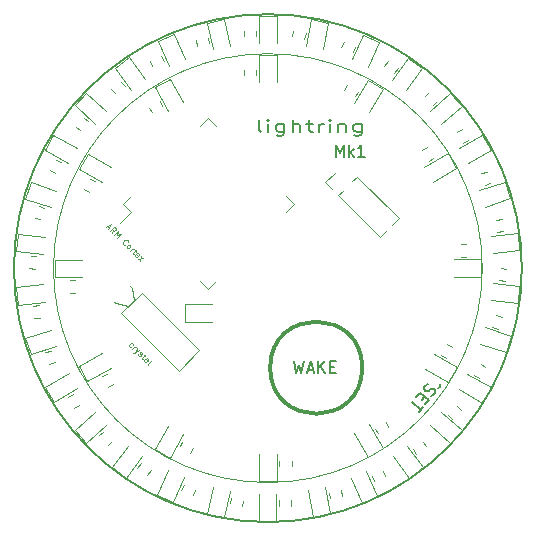
<source format=gbr>
%TF.GenerationSoftware,KiCad,Pcbnew,5.1.8-1.fc33*%
%TF.CreationDate,2020-12-25T13:36:26+01:00*%
%TF.ProjectId,lightring,6c696768-7472-4696-9e67-2e6b69636164,rev?*%
%TF.SameCoordinates,Original*%
%TF.FileFunction,Legend,Top*%
%TF.FilePolarity,Positive*%
%FSLAX46Y46*%
G04 Gerber Fmt 4.6, Leading zero omitted, Abs format (unit mm)*
G04 Created by KiCad (PCBNEW 5.1.8-1.fc33) date 2020-12-25 13:36:26*
%MOMM*%
%LPD*%
G01*
G04 APERTURE LIST*
%ADD10C,0.150000*%
%ADD11C,0.100000*%
%ADD12C,0.120000*%
%ADD13C,0.200000*%
%ADD14C,0.300000*%
G04 APERTURE END LIST*
D10*
X175735714Y-70552380D02*
X175735714Y-69552380D01*
X176069047Y-70266666D01*
X176402380Y-69552380D01*
X176402380Y-70552380D01*
X176878571Y-70552380D02*
X176878571Y-69552380D01*
X176973809Y-70171428D02*
X177259523Y-70552380D01*
X177259523Y-69885714D02*
X176878571Y-70266666D01*
X178211904Y-70552380D02*
X177640476Y-70552380D01*
X177926190Y-70552380D02*
X177926190Y-69552380D01*
X177830952Y-69695238D01*
X177735714Y-69790476D01*
X177640476Y-69838095D01*
X172180476Y-87892380D02*
X172418571Y-88892380D01*
X172609047Y-88178095D01*
X172799523Y-88892380D01*
X173037619Y-87892380D01*
X173370952Y-88606666D02*
X173847142Y-88606666D01*
X173275714Y-88892380D02*
X173609047Y-87892380D01*
X173942380Y-88892380D01*
X174275714Y-88892380D02*
X174275714Y-87892380D01*
X174847142Y-88892380D02*
X174418571Y-88320952D01*
X174847142Y-87892380D02*
X174275714Y-88463809D01*
X175275714Y-88368571D02*
X175609047Y-88368571D01*
X175751904Y-88892380D02*
X175275714Y-88892380D01*
X175275714Y-87892380D01*
X175751904Y-87892380D01*
X184610725Y-89841718D02*
X184597724Y-90079458D01*
X184365853Y-90133544D01*
X183525590Y-89801453D02*
X183397285Y-89880279D01*
X183244240Y-90062671D01*
X183219501Y-90166236D01*
X183225370Y-90233324D01*
X183267718Y-90331020D01*
X183340675Y-90392238D01*
X183444240Y-90416977D01*
X183511327Y-90411108D01*
X183609024Y-90368760D01*
X183767938Y-90253456D01*
X183865634Y-90211108D01*
X183932721Y-90205239D01*
X184036287Y-90229978D01*
X184109243Y-90291196D01*
X184151591Y-90388892D01*
X184157460Y-90455980D01*
X184132721Y-90559545D01*
X183979676Y-90741937D01*
X183851371Y-90820763D01*
X183247586Y-90873587D02*
X183033323Y-91128935D01*
X182540235Y-90901672D02*
X182846324Y-90536889D01*
X183612369Y-91179676D01*
X183306279Y-91544459D01*
X183122626Y-91763329D02*
X182755319Y-92201069D01*
X182172928Y-91339411D02*
X182938972Y-91982199D01*
D11*
X156401607Y-76419458D02*
X156569965Y-76587816D01*
X156266920Y-76486801D02*
X156738324Y-76251099D01*
X156502622Y-76722503D01*
X156822503Y-77042385D02*
X156873011Y-76756175D01*
X156620473Y-76840355D02*
X156974026Y-76486801D01*
X157108713Y-76621488D01*
X157125549Y-76671996D01*
X157125549Y-76705668D01*
X157108713Y-76756175D01*
X157058206Y-76806683D01*
X157007698Y-76823519D01*
X156974026Y-76823519D01*
X156923519Y-76806683D01*
X156788832Y-76671996D01*
X156974026Y-77193908D02*
X157327580Y-76840355D01*
X157192893Y-77210744D01*
X157563282Y-77076057D01*
X157209729Y-77429610D01*
X157883164Y-78035702D02*
X157849492Y-78035702D01*
X157782148Y-78002030D01*
X157748477Y-77968358D01*
X157714805Y-77901015D01*
X157714805Y-77833671D01*
X157731641Y-77783164D01*
X157782148Y-77698984D01*
X157832656Y-77648477D01*
X157916835Y-77597969D01*
X157967343Y-77581133D01*
X158034687Y-77581133D01*
X158102030Y-77614805D01*
X158135702Y-77648477D01*
X158169374Y-77715820D01*
X158169374Y-77749492D01*
X158051522Y-78271404D02*
X158034687Y-78220896D01*
X158034687Y-78187225D01*
X158051522Y-78136717D01*
X158152538Y-78035702D01*
X158203045Y-78018866D01*
X158236717Y-78018866D01*
X158287225Y-78035702D01*
X158337732Y-78086209D01*
X158354568Y-78136717D01*
X158354568Y-78170389D01*
X158337732Y-78220896D01*
X158236717Y-78321912D01*
X158186209Y-78338748D01*
X158152538Y-78338748D01*
X158102030Y-78321912D01*
X158051522Y-78271404D01*
X158320896Y-78540778D02*
X158556599Y-78305076D01*
X158489255Y-78372419D02*
X158539763Y-78355583D01*
X158573435Y-78355583D01*
X158623942Y-78372419D01*
X158657614Y-78406091D01*
X158724957Y-78473435D02*
X158859644Y-78608122D01*
X158893316Y-78406091D02*
X158590270Y-78709137D01*
X158573435Y-78759644D01*
X158590270Y-78810152D01*
X158623942Y-78843824D01*
X158893316Y-79079526D02*
X158842809Y-79062690D01*
X158775465Y-78995347D01*
X158758629Y-78944839D01*
X158775465Y-78894331D01*
X158910152Y-78759644D01*
X158960660Y-78742809D01*
X159011167Y-78759644D01*
X159078511Y-78826988D01*
X159095347Y-78877496D01*
X159078511Y-78928003D01*
X159044839Y-78961675D01*
X158842809Y-78826988D01*
X159011167Y-79231049D02*
X159432064Y-79180541D01*
X159246870Y-78995347D02*
X159196362Y-79416244D01*
X158400295Y-86686505D02*
X158349788Y-86669669D01*
X158282444Y-86602326D01*
X158265608Y-86551818D01*
X158265608Y-86518147D01*
X158282444Y-86467639D01*
X158383460Y-86366624D01*
X158433967Y-86349788D01*
X158467639Y-86349788D01*
X158518147Y-86366624D01*
X158585490Y-86433967D01*
X158602326Y-86484475D01*
X158534982Y-86854864D02*
X158770685Y-86619162D01*
X158703341Y-86686505D02*
X158753849Y-86669669D01*
X158787521Y-86669669D01*
X158838028Y-86686505D01*
X158871700Y-86720177D01*
X158955879Y-86804356D02*
X158804356Y-87124238D01*
X159124238Y-86972715D02*
X158804356Y-87124238D01*
X158686505Y-87174746D01*
X158652834Y-87174746D01*
X158602326Y-87157910D01*
X159023223Y-87309433D02*
X159040059Y-87359940D01*
X159107402Y-87427284D01*
X159157910Y-87444120D01*
X159208417Y-87427284D01*
X159225253Y-87410448D01*
X159242089Y-87359940D01*
X159225253Y-87309433D01*
X159174746Y-87258925D01*
X159157910Y-87208417D01*
X159174746Y-87157910D01*
X159191582Y-87141074D01*
X159242089Y-87124238D01*
X159292597Y-87141074D01*
X159343104Y-87191582D01*
X159359940Y-87242089D01*
X159494627Y-87343104D02*
X159629314Y-87477791D01*
X159662986Y-87275761D02*
X159359940Y-87578807D01*
X159343104Y-87629314D01*
X159359940Y-87679822D01*
X159393612Y-87713494D01*
X159662986Y-87982868D02*
X159848181Y-87797673D01*
X159865017Y-87747165D01*
X159848181Y-87696658D01*
X159780837Y-87629314D01*
X159730330Y-87612478D01*
X159679822Y-87966032D02*
X159629314Y-87949196D01*
X159545135Y-87865017D01*
X159528299Y-87814509D01*
X159545135Y-87764001D01*
X159578807Y-87730330D01*
X159629314Y-87713494D01*
X159679822Y-87730330D01*
X159764001Y-87814509D01*
X159814509Y-87831345D01*
X159881852Y-88201734D02*
X159865017Y-88151226D01*
X159881852Y-88100719D01*
X160184898Y-87797673D01*
D10*
X169457142Y-68452380D02*
X169314285Y-68404761D01*
X169242857Y-68309523D01*
X169242857Y-67452380D01*
X170028571Y-68452380D02*
X170028571Y-67785714D01*
X170028571Y-67452380D02*
X169957142Y-67500000D01*
X170028571Y-67547619D01*
X170100000Y-67500000D01*
X170028571Y-67452380D01*
X170028571Y-67547619D01*
X171385714Y-67785714D02*
X171385714Y-68595238D01*
X171314285Y-68690476D01*
X171242857Y-68738095D01*
X171100000Y-68785714D01*
X170885714Y-68785714D01*
X170742857Y-68738095D01*
X171385714Y-68404761D02*
X171242857Y-68452380D01*
X170957142Y-68452380D01*
X170814285Y-68404761D01*
X170742857Y-68357142D01*
X170671428Y-68261904D01*
X170671428Y-67976190D01*
X170742857Y-67880952D01*
X170814285Y-67833333D01*
X170957142Y-67785714D01*
X171242857Y-67785714D01*
X171385714Y-67833333D01*
X172100000Y-68452380D02*
X172100000Y-67452380D01*
X172742857Y-68452380D02*
X172742857Y-67928571D01*
X172671428Y-67833333D01*
X172528571Y-67785714D01*
X172314285Y-67785714D01*
X172171428Y-67833333D01*
X172100000Y-67880952D01*
X173242857Y-67785714D02*
X173814285Y-67785714D01*
X173457142Y-67452380D02*
X173457142Y-68309523D01*
X173528571Y-68404761D01*
X173671428Y-68452380D01*
X173814285Y-68452380D01*
X174314285Y-68452380D02*
X174314285Y-67785714D01*
X174314285Y-67976190D02*
X174385714Y-67880952D01*
X174457142Y-67833333D01*
X174600000Y-67785714D01*
X174742857Y-67785714D01*
X175242857Y-68452380D02*
X175242857Y-67785714D01*
X175242857Y-67452380D02*
X175171428Y-67500000D01*
X175242857Y-67547619D01*
X175314285Y-67500000D01*
X175242857Y-67452380D01*
X175242857Y-67547619D01*
X175957142Y-67785714D02*
X175957142Y-68452380D01*
X175957142Y-67880952D02*
X176028571Y-67833333D01*
X176171428Y-67785714D01*
X176385714Y-67785714D01*
X176528571Y-67833333D01*
X176600000Y-67928571D01*
X176600000Y-68452380D01*
X177957142Y-67785714D02*
X177957142Y-68595238D01*
X177885714Y-68690476D01*
X177814285Y-68738095D01*
X177671428Y-68785714D01*
X177457142Y-68785714D01*
X177314285Y-68738095D01*
X177957142Y-68404761D02*
X177814285Y-68452380D01*
X177528571Y-68452380D01*
X177385714Y-68404761D01*
X177314285Y-68357142D01*
X177242857Y-68261904D01*
X177242857Y-67976190D01*
X177314285Y-67880952D01*
X177385714Y-67833333D01*
X177528571Y-67785714D01*
X177814285Y-67785714D01*
X177957142Y-67833333D01*
D12*
X188152823Y-80000000D02*
G75*
G03*
X188152823Y-80000000I-18152823J0D01*
G01*
D13*
X191500000Y-80000000D02*
G75*
G03*
X191500000Y-80000000I-21500000J0D01*
G01*
D12*
%TO.C,D1*%
X170735000Y-60950000D02*
X170735000Y-58665000D01*
X169265000Y-58665000D02*
X169265000Y-60950000D01*
X170735000Y-58665000D02*
X169265000Y-58665000D01*
%TO.C,D2*%
X174652609Y-61485333D02*
X175127687Y-59250266D01*
X173689810Y-58944636D02*
X173214732Y-61179703D01*
X175127687Y-59250266D02*
X173689810Y-58944636D01*
%TO.C,D3*%
X178496067Y-62929788D02*
X179425460Y-60842336D01*
X178082548Y-60244434D02*
X177153155Y-62331885D01*
X179425460Y-60842336D02*
X178082548Y-60244434D01*
%TO.C,D4*%
X181724399Y-64929236D02*
X183067489Y-63080632D01*
X181878234Y-62216588D02*
X180535144Y-64065191D01*
X183067489Y-63080632D02*
X181878234Y-62216588D01*
%TO.C,D5*%
X184697295Y-67831516D02*
X186395381Y-66302552D01*
X185411759Y-65210130D02*
X183713673Y-66739093D01*
X186395381Y-66302552D02*
X185411759Y-65210130D01*
%TO.C,D6*%
X186924680Y-71136529D02*
X188903548Y-69994029D01*
X188168548Y-68720971D02*
X186189680Y-69863471D01*
X188903548Y-69994029D02*
X188168548Y-68720971D01*
%TO.C,D7*%
X188366282Y-74796240D02*
X190539446Y-74090136D01*
X190085191Y-72692083D02*
X187912027Y-73398187D01*
X190539446Y-74090136D02*
X190085191Y-72692083D01*
%TO.C,D8*%
X189031211Y-78714596D02*
X191303693Y-78475749D01*
X191150037Y-77013802D02*
X188877554Y-77252649D01*
X191303693Y-78475749D02*
X191150037Y-77013802D01*
%TO.C,D9*%
X188877554Y-82697351D02*
X191150037Y-82936198D01*
X191303693Y-81474251D02*
X189031211Y-81235404D01*
X191150037Y-82936198D02*
X191303693Y-81474251D01*
%TO.C,D10*%
X187962027Y-86401813D02*
X190135191Y-87107917D01*
X190589446Y-85709864D02*
X188416282Y-85003760D01*
X190135191Y-87107917D02*
X190589446Y-85709864D01*
%TO.C,D11*%
X186139680Y-90236529D02*
X188118548Y-91379029D01*
X188853548Y-90105971D02*
X186874680Y-88963471D01*
X188118548Y-91379029D02*
X188853548Y-90105971D01*
%TO.C,D12*%
X183713673Y-93310907D02*
X185411759Y-94839870D01*
X186395381Y-93747448D02*
X184697295Y-92218484D01*
X185411759Y-94839870D02*
X186395381Y-93747448D01*
%TO.C,D13*%
X180585144Y-95884809D02*
X181928234Y-97733412D01*
X183117489Y-96869368D02*
X181774399Y-95020764D01*
X181928234Y-97733412D02*
X183117489Y-96869368D01*
%TO.C,D14*%
X177003155Y-97768115D02*
X177932548Y-99855566D01*
X179275460Y-99257664D02*
X178346067Y-97170212D01*
X177932548Y-99855566D02*
X179275460Y-99257664D01*
%TO.C,D15*%
X173364732Y-98820297D02*
X173839810Y-101055364D01*
X175277687Y-100749734D02*
X174802609Y-98514667D01*
X173839810Y-101055364D02*
X175277687Y-100749734D01*
%TO.C,D16*%
X169215000Y-99100000D02*
X169215000Y-101385000D01*
X170685000Y-101385000D02*
X170685000Y-99100000D01*
X169215000Y-101385000D02*
X170685000Y-101385000D01*
%TO.C,D17*%
X165361121Y-98544376D02*
X164886043Y-100779443D01*
X166323920Y-101085073D02*
X166798998Y-98850006D01*
X164886043Y-100779443D02*
X166323920Y-101085073D01*
%TO.C,D18*%
X161553933Y-97120212D02*
X160624540Y-99207664D01*
X161967452Y-99805566D02*
X162896845Y-97718115D01*
X160624540Y-99207664D02*
X161967452Y-99805566D01*
%TO.C,D19*%
X158175601Y-95020764D02*
X156832511Y-96869368D01*
X158021766Y-97733412D02*
X159364856Y-95884809D01*
X156832511Y-96869368D02*
X158021766Y-97733412D01*
%TO.C,D20*%
X155352705Y-92218484D02*
X153654619Y-93747448D01*
X154638241Y-94839870D02*
X156336327Y-93310907D01*
X153654619Y-93747448D02*
X154638241Y-94839870D01*
%TO.C,D21*%
X153125320Y-88913471D02*
X151146452Y-90055971D01*
X151881452Y-91329029D02*
X153860320Y-90186529D01*
X151146452Y-90055971D02*
X151881452Y-91329029D01*
%TO.C,D22*%
X151633718Y-85203760D02*
X149460554Y-85909864D01*
X149914809Y-87307917D02*
X152087973Y-86601813D01*
X149460554Y-85909864D02*
X149914809Y-87307917D01*
%TO.C,D23*%
X150968789Y-81385404D02*
X148696307Y-81624251D01*
X148849963Y-83086198D02*
X151122446Y-82847351D01*
X148696307Y-81624251D02*
X148849963Y-83086198D01*
%TO.C,D24*%
X151109946Y-77352649D02*
X148837463Y-77113802D01*
X148683807Y-78575749D02*
X150956289Y-78814596D01*
X148837463Y-77113802D02*
X148683807Y-78575749D01*
%TO.C,D25*%
X152087973Y-73448187D02*
X149914809Y-72742083D01*
X149460554Y-74140136D02*
X151633718Y-74846240D01*
X149914809Y-72742083D02*
X149460554Y-74140136D01*
%TO.C,D26*%
X153810320Y-69863471D02*
X151831452Y-68720971D01*
X151096452Y-69994029D02*
X153075320Y-71136529D01*
X151831452Y-68720971D02*
X151096452Y-69994029D01*
%TO.C,D27*%
X156321554Y-66666033D02*
X154623468Y-65137070D01*
X153639846Y-66229492D02*
X155337932Y-67758456D01*
X154623468Y-65137070D02*
X153639846Y-66229492D01*
%TO.C,D28*%
X159564856Y-64015191D02*
X158221766Y-62166588D01*
X157032511Y-63030632D02*
X158375601Y-64879236D01*
X158221766Y-62166588D02*
X157032511Y-63030632D01*
%TO.C,D29*%
X162946845Y-62281885D02*
X162017452Y-60194434D01*
X160674540Y-60792336D02*
X161603933Y-62879788D01*
X162017452Y-60194434D02*
X160674540Y-60792336D01*
%TO.C,D30*%
X166785268Y-61179703D02*
X166310190Y-58944636D01*
X164872313Y-59250266D02*
X165347391Y-61485333D01*
X166310190Y-58944636D02*
X164872313Y-59250266D01*
%TO.C,D31*%
X170735000Y-64237500D02*
X170735000Y-61952500D01*
X169265000Y-61952500D02*
X169265000Y-64237500D01*
X170735000Y-61952500D02*
X169265000Y-61952500D01*
%TO.C,D32*%
X178592779Y-66792315D02*
X179735279Y-64813447D01*
X178462221Y-64078447D02*
X177319721Y-66057315D01*
X179735279Y-64813447D02*
X178462221Y-64078447D01*
%TO.C,D33*%
X183974680Y-72686529D02*
X185953548Y-71544029D01*
X185218548Y-70270971D02*
X183239680Y-71413471D01*
X185953548Y-71544029D02*
X185218548Y-70270971D01*
%TO.C,D34*%
X185750000Y-80735000D02*
X188035000Y-80735000D01*
X188035000Y-79265000D02*
X185750000Y-79265000D01*
X188035000Y-80735000D02*
X188035000Y-79265000D01*
%TO.C,D35*%
X183289680Y-88536529D02*
X185268548Y-89679029D01*
X186003548Y-88405971D02*
X184024680Y-87263471D01*
X185268548Y-89679029D02*
X186003548Y-88405971D01*
%TO.C,D36*%
X177313471Y-93974680D02*
X178455971Y-95953548D01*
X179729029Y-95218548D02*
X178586529Y-93239680D01*
X178455971Y-95953548D02*
X179729029Y-95218548D01*
%TO.C,D37*%
X169265000Y-95750000D02*
X169265000Y-98035000D01*
X170735000Y-98035000D02*
X170735000Y-95750000D01*
X169265000Y-98035000D02*
X170735000Y-98035000D01*
%TO.C,D38*%
X161563471Y-93339680D02*
X160420971Y-95318548D01*
X161694029Y-96053548D02*
X162836529Y-94074680D01*
X160420971Y-95318548D02*
X161694029Y-96053548D01*
%TO.C,D39*%
X155957315Y-87169721D02*
X153978447Y-88312221D01*
X154713447Y-89585279D02*
X156692315Y-88442779D01*
X153978447Y-88312221D02*
X154713447Y-89585279D01*
%TO.C,D40*%
X154250000Y-79315000D02*
X151965000Y-79315000D01*
X151965000Y-80785000D02*
X154250000Y-80785000D01*
X151965000Y-79315000D02*
X151965000Y-80785000D01*
%TO.C,D41*%
X156710320Y-71463471D02*
X154731452Y-70320971D01*
X153996452Y-71594029D02*
X155975320Y-72736529D01*
X154731452Y-70320971D02*
X153996452Y-71594029D01*
%TO.C,D42*%
X162836529Y-65925320D02*
X161694029Y-63946452D01*
X160420971Y-64681452D02*
X161563471Y-66660320D01*
X161694029Y-63946452D02*
X160420971Y-64681452D01*
%TO.C,R1*%
X167977500Y-59912742D02*
X167977500Y-60387258D01*
X169022500Y-59912742D02*
X169022500Y-60387258D01*
%TO.C,R2*%
X172166720Y-59916265D02*
X172068062Y-60380411D01*
X173188884Y-60133533D02*
X173090226Y-60597679D01*
%TO.C,R3*%
X176419174Y-60870734D02*
X176226171Y-61304226D01*
X177373829Y-61295774D02*
X177180826Y-61729266D01*
%TO.C,R4*%
X180131822Y-62468375D02*
X179852909Y-62852267D01*
X180977245Y-63082611D02*
X180698332Y-63466503D01*
%TO.C,R5*%
X183626696Y-65102950D02*
X183274062Y-65420463D01*
X184325938Y-65879537D02*
X183973304Y-66197050D01*
%TO.C,R6*%
X186429750Y-68241373D02*
X186018808Y-68478631D01*
X186952250Y-69146369D02*
X186541308Y-69383627D01*
%TO.C,R7*%
X188514184Y-71829756D02*
X188062893Y-71976390D01*
X188837107Y-72823610D02*
X188385816Y-72970244D01*
%TO.C,R8*%
X189781342Y-75855562D02*
X189309426Y-75905163D01*
X189890574Y-76894837D02*
X189418658Y-76944438D01*
%TO.C,R9*%
X190190574Y-80055163D02*
X189718658Y-80005562D01*
X190081342Y-81094438D02*
X189609426Y-81044837D01*
%TO.C,R10*%
X189787107Y-84126390D02*
X189335816Y-83979756D01*
X189464184Y-85120244D02*
X189012893Y-84973610D01*
%TO.C,R11*%
X188416721Y-88366131D02*
X188005779Y-88128873D01*
X187894221Y-89271127D02*
X187483279Y-89033869D01*
%TO.C,R12*%
X186325938Y-91970463D02*
X185973304Y-91652950D01*
X185626696Y-92747050D02*
X185274062Y-92429537D01*
%TO.C,R13*%
X183412168Y-95084828D02*
X183133255Y-94700936D01*
X182566745Y-95699064D02*
X182287832Y-95315172D01*
%TO.C,R14*%
X179923829Y-97604226D02*
X179730826Y-97170734D01*
X178969174Y-98029266D02*
X178776171Y-97595774D01*
%TO.C,R15*%
X176260411Y-99273439D02*
X176161753Y-98809293D01*
X175238247Y-99490707D02*
X175139589Y-99026561D01*
%TO.C,R16*%
X171972500Y-100112258D02*
X171972500Y-99637742D01*
X170927500Y-100112258D02*
X170927500Y-99637742D01*
%TO.C,R17*%
X167811753Y-100140707D02*
X167910411Y-99676561D01*
X166789589Y-99923439D02*
X166888247Y-99459293D01*
%TO.C,R18*%
X163630826Y-99179266D02*
X163823829Y-98745774D01*
X162676171Y-98754226D02*
X162869174Y-98320734D01*
%TO.C,R19*%
X159783255Y-97499064D02*
X160062168Y-97115172D01*
X158937832Y-96884828D02*
X159216745Y-96500936D01*
%TO.C,R20*%
X156423304Y-94947050D02*
X156775938Y-94629537D01*
X155724062Y-94170463D02*
X156076696Y-93852950D01*
%TO.C,R21*%
X153605779Y-91821127D02*
X154016721Y-91583869D01*
X153083279Y-90916131D02*
X153494221Y-90678873D01*
%TO.C,R22*%
X151485816Y-88120244D02*
X151937107Y-87973610D01*
X151162893Y-87126390D02*
X151614184Y-86979756D01*
%TO.C,R23*%
X150218658Y-84244438D02*
X150690574Y-84194837D01*
X150109426Y-83205163D02*
X150581342Y-83155562D01*
%TO.C,R24*%
X149809426Y-79994837D02*
X150281342Y-80044438D01*
X149918658Y-78955562D02*
X150390574Y-79005163D01*
%TO.C,R25*%
X150262893Y-75723610D02*
X150714184Y-75870244D01*
X150585816Y-74729756D02*
X151037107Y-74876390D01*
%TO.C,R26*%
X151568808Y-71721369D02*
X151979750Y-71958627D01*
X152091308Y-70816373D02*
X152502250Y-71053631D01*
%TO.C,R27*%
X153724062Y-68029537D02*
X154076696Y-68347050D01*
X154423304Y-67252950D02*
X154775938Y-67570463D01*
%TO.C,R28*%
X156737832Y-64815172D02*
X157016745Y-65199064D01*
X157583255Y-64200936D02*
X157862168Y-64584828D01*
%TO.C,R29*%
X160026171Y-62445774D02*
X160219174Y-62879266D01*
X160980826Y-62020734D02*
X161173829Y-62454226D01*
%TO.C,R30*%
X163889589Y-60726561D02*
X163988247Y-61190707D01*
X164911753Y-60509293D02*
X165010411Y-60973439D01*
%TO.C,R31*%
X167977500Y-63212742D02*
X167977500Y-63687258D01*
X169022500Y-63212742D02*
X169022500Y-63687258D01*
%TO.C,R32*%
X176716131Y-64533279D02*
X176478873Y-64944221D01*
X177621127Y-65055779D02*
X177383869Y-65466721D01*
%TO.C,R33*%
X183494221Y-69778873D02*
X183083279Y-70016131D01*
X184016721Y-70683869D02*
X183605779Y-70921127D01*
%TO.C,R34*%
X186787258Y-77977500D02*
X186312742Y-77977500D01*
X186787258Y-79022500D02*
X186312742Y-79022500D01*
%TO.C,R35*%
X185566721Y-86666131D02*
X185155779Y-86428873D01*
X185044221Y-87571127D02*
X184633279Y-87333869D01*
%TO.C,R36*%
X180208627Y-93479750D02*
X179971369Y-93068808D01*
X179303631Y-94002250D02*
X179066373Y-93591308D01*
%TO.C,R37*%
X172022500Y-96787258D02*
X172022500Y-96312742D01*
X170977500Y-96787258D02*
X170977500Y-96312742D01*
%TO.C,R38*%
X163433869Y-95616721D02*
X163671127Y-95205779D01*
X162528873Y-95094221D02*
X162766131Y-94683279D01*
%TO.C,R39*%
X156455779Y-90071127D02*
X156866721Y-89833869D01*
X155933279Y-89166131D02*
X156344221Y-88928873D01*
%TO.C,R40*%
X153212742Y-82072500D02*
X153687258Y-82072500D01*
X153212742Y-81027500D02*
X153687258Y-81027500D01*
%TO.C,R41*%
X154433279Y-73333869D02*
X154844221Y-73571127D01*
X154955779Y-72428873D02*
X155366721Y-72666131D01*
%TO.C,R42*%
X159928873Y-66405779D02*
X160166131Y-66816721D01*
X160833869Y-65883279D02*
X161071127Y-66294221D01*
%TO.C,U1*%
X158395120Y-75221751D02*
X157447597Y-76169275D01*
X157723369Y-74550000D02*
X158395120Y-75221751D01*
X158395120Y-73878249D02*
X157723369Y-74550000D01*
X164950000Y-67323369D02*
X165621751Y-67995120D01*
X164278249Y-67995120D02*
X164950000Y-67323369D01*
X164950000Y-81776631D02*
X164278249Y-81104880D01*
X165621751Y-81104880D02*
X164950000Y-81776631D01*
X172176631Y-74550000D02*
X171504880Y-73878249D01*
X171504880Y-75221751D02*
X172176631Y-74550000D01*
%TO.C,Y1*%
X158479899Y-81642893D02*
X158338478Y-81501472D01*
X158692031Y-82703553D02*
X158479899Y-81642893D01*
X157136396Y-82986396D02*
X156994975Y-82844975D01*
X158197056Y-83198528D02*
X157136396Y-82986396D01*
X159314285Y-82081299D02*
X157574802Y-83820782D01*
X164193322Y-86960336D02*
X159314285Y-82081299D01*
X162453839Y-88699819D02*
X164193322Y-86960336D01*
X157574802Y-83820782D02*
X162453839Y-88699819D01*
%TO.C,J1*%
X174877710Y-72747487D02*
X175662599Y-71962599D01*
X175415111Y-73284889D02*
X174877710Y-72747487D01*
X177135835Y-72638967D02*
X177522290Y-72252513D01*
X175952513Y-73822290D02*
X176338967Y-73435835D01*
X177522290Y-72252513D02*
X181068430Y-75798653D01*
X175952513Y-73822290D02*
X179498653Y-77368430D01*
X180500998Y-76366085D02*
X181068430Y-75798653D01*
X179498653Y-77368430D02*
X180066085Y-76800998D01*
%TO.C,D43*%
X165300000Y-83065000D02*
X163015000Y-83065000D01*
X163015000Y-84535000D02*
X165300000Y-84535000D01*
X163015000Y-83065000D02*
X163015000Y-84535000D01*
D14*
%TO.C,J3*%
X177989060Y-88430100D02*
G75*
G03*
X177989060Y-88430100I-3900000J0D01*
G01*
%TD*%
M02*

</source>
